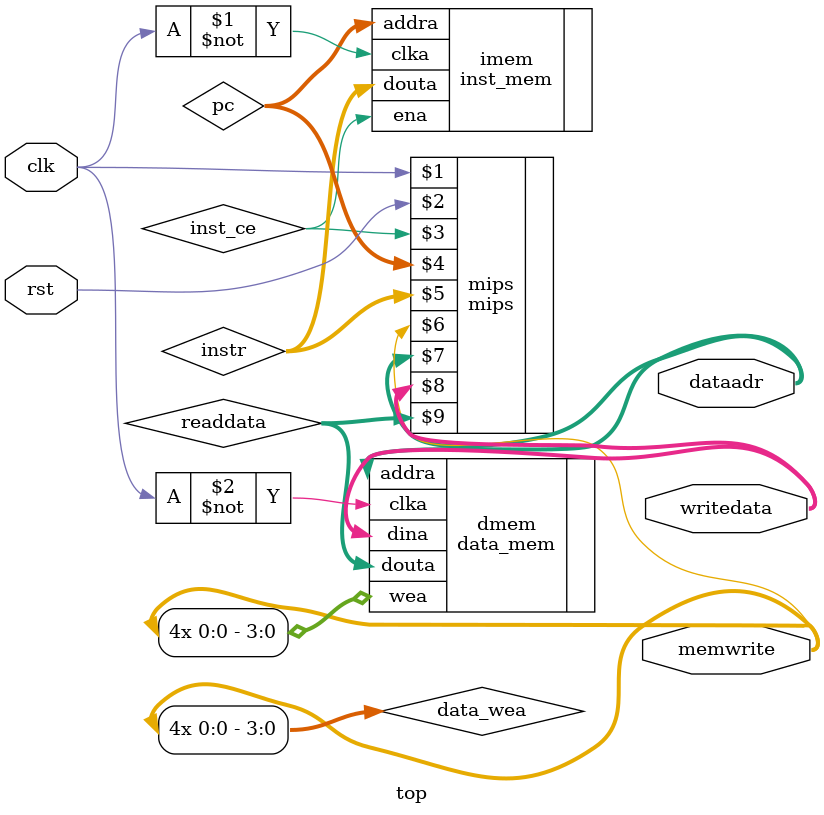
<source format=v>
`timescale 1ns / 1ps


module top(
	input wire clk,rst,
	output wire[31:0] writedata,dataadr,
	output wire memwrite
    );
	// wire clk;
	wire inst_ce;
	wire[31:0] pc,instr,readdata;

	//   clk_div instance_name(
 //    	// Clock out ports
	//     .clk_out1(hclk),     // output clk_out1
	//    // Clock in ports
	//     .clk_in1(clk)
 //    	); 
   	wire [3:0] data_wea;
   	assign data_wea = {4{memwrite}};

	mips mips(clk,rst,inst_ce, pc,instr,memwrite,dataadr,writedata,readdata);
	inst_mem imem(.clka(~clk),.ena(inst_ce),.addra(pc),.douta(instr));
	data_mem dmem(.addra(dataadr), .clka(~clk), .wea(data_wea),.dina(writedata),.douta(readdata));
endmodule

</source>
